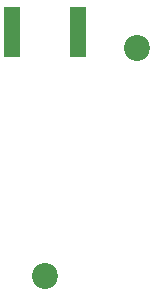
<source format=gbr>
%TF.GenerationSoftware,KiCad,Pcbnew,(6.0.10)*%
%TF.CreationDate,2023-04-04T11:29:01-04:00*%
%TF.ProjectId,Coil_Connector_V3_selfprint,436f696c-5f43-46f6-9e6e-6563746f725f,rev?*%
%TF.SameCoordinates,Original*%
%TF.FileFunction,Soldermask,Bot*%
%TF.FilePolarity,Negative*%
%FSLAX46Y46*%
G04 Gerber Fmt 4.6, Leading zero omitted, Abs format (unit mm)*
G04 Created by KiCad (PCBNEW (6.0.10)) date 2023-04-04 11:29:01*
%MOMM*%
%LPD*%
G01*
G04 APERTURE LIST*
%ADD10R,1.350000X4.200000*%
%ADD11C,2.200000*%
G04 APERTURE END LIST*
D10*
%TO.C,J1*%
X136225000Y-99985500D03*
X141875000Y-99985500D03*
%TD*%
D11*
%TO.C,SH*%
X139065000Y-120650000D03*
%TD*%
%TO.C,SH*%
X146812000Y-101346000D03*
%TD*%
M02*

</source>
